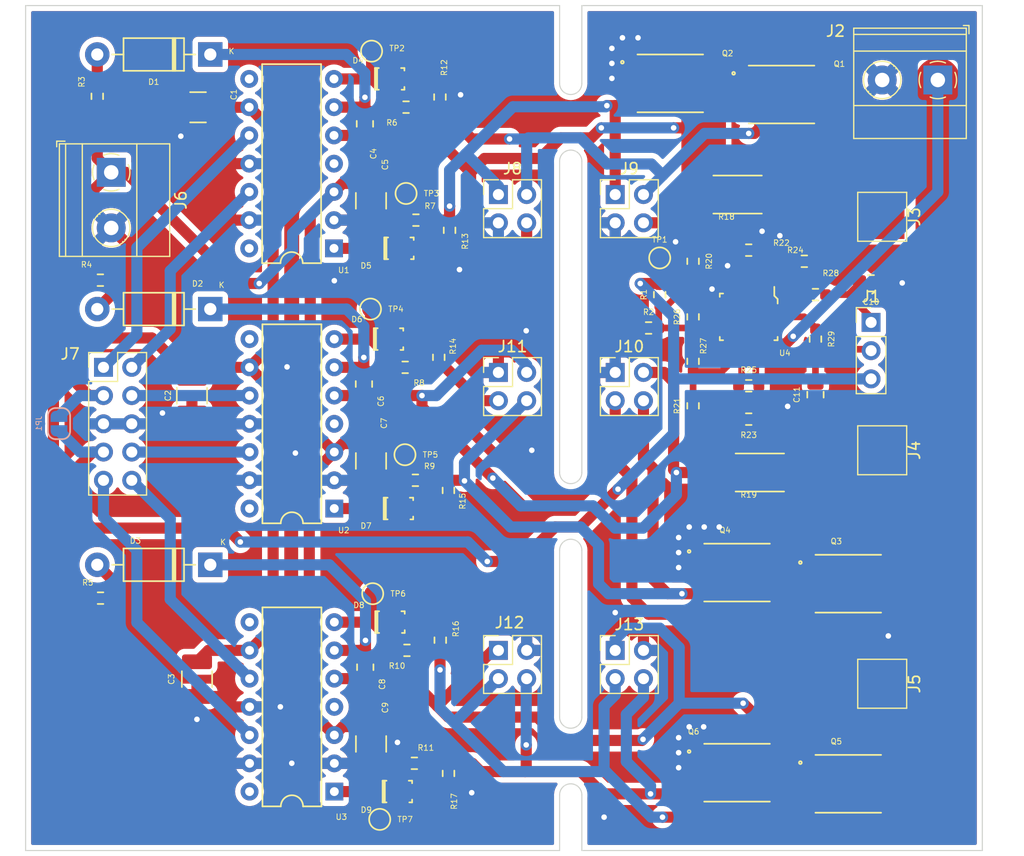
<source format=kicad_pcb>
(kicad_pcb (version 20211014) (generator pcbnew)
  (title_block (title "PMSM_driver") (date "2022-12-30") (rev "v0.1") (comment 1 "creativecommons.org/licences/by/4.0/") (comment 2 "License: CC BY 4.0") (comment 3 "Author: Tsekhavoi Ivan"))
  (layers (0 "F.Cu" signal) (31 "B.Cu" signal) (34 "B.Paste" user) (35 "F.Paste" user) (36 "B.SilkS" user "B.Silkscreen") (37 "F.SilkS" user "F.Silkscreen") (38 "B.Mask" user) (39 "F.Mask" user) (44 "Edge.Cuts" user))
  (net 0 "")
  (net 1 "GND")
  (net 2 "VDD")
  (net 3 "Net-(C4-Pad1)")
  (net 4 "/Q1_Q2")
  (net 5 "VCC")
  (net 6 "Net-(C6-Pad1)")
  (net 7 "/Q3_Q4")
  (net 8 "Net-(C8-Pad1)")
  (net 9 "PHASE_3")
  (net 10 "/CUR_OUT_1")
  (net 11 "/CUR_OUT_2")
  (net 12 "Net-(D1-Pad2)")
  (net 13 "Net-(D2-Pad2)")
  (net 14 "Net-(D3-Pad2)")
  (net 15 "Net-(D4-PadK)")
  (net 16 "Net-(D4-PadA)")
  (net 17 "Net-(D5-PadK)")
  (net 18 "Net-(D5-PadA)")
  (net 19 "Net-(D6-PadK)")
  (net 20 "Net-(D6-PadA)")
  (net 21 "Net-(D7-PadK)")
  (net 22 "Net-(D7-PadA)")
  (net 23 "Net-(D8-PadK)")
  (net 24 "Net-(D8-PadA)")
  (net 25 "Net-(D9-PadK)")
  (net 26 "Net-(D9-PadA)")
  (net 27 "/L1")
  (net 28 "/H1")
  (net 29 "/L2")
  (net 30 "/H2")
  (net 31 "/L3")
  (net 32 "/H3")
  (net 33 "+3.3V")
  (net 34 "+VDC")
  (net 35 "PHASE_1")
  (net 36 "PHASE_2")
  (net 37 "/Q2_G")
  (net 38 "/Q1_G")
  (net 39 "/Q4_G")
  (net 40 "/Q3_G")
  (net 41 "/Q6_G")
  (net 42 "/Q5_G")
  (net 43 "1V65")
  (net 44 "Net-(R20-Pad2)")
  (net 45 "Net-(R21-Pad2)")
  (net 46 "Net-(R22-Pad2)")
  (net 47 "Net-(R23-Pad2)")
  (net 48 "Net-(R24-Pad2)")
  (net 49 "Net-(R25-Pad2)")
  (footprint "IRFH8334:IFX-PQFN-5X6E-V" (layer "F.Cu") (at 172 121)
    (fp_text reference "Q5")
    (fp_text value "IRFH8334")
  )
  (footprint "Capacitor_SMD:C_0805_2012Metric_Pad1.18x1.45mm_HandSolder" (layer "F.Cu") (at 128.53 110.512 -90)
    (fp_text reference "C8")
    (fp_text value "1uF")
  )
  (footprint "TestPoint:TestPoint_Pad_D1.5mm" (layer "F.Cu") (at 129.83 124.2)
    (fp_text reference "TP7")
    (fp_text value "TestPoint")
  )
  (footprint "Resistor_SMD:R_0603_1608Metric_Pad0.98x0.95mm_HandSolder" (layer "F.Cu") (at 136.0089 94.6125 90)
    (fp_text reference "R15")
    (fp_text value "100")
  )
  (footprint "Resistor_SMD:R_0603_1608Metric_Pad0.98x0.95mm_HandSolder" (layer "F.Cu") (at 133.0371 93.7)
    (fp_text reference "R9")
    (fp_text value "1k")
  )
  (footprint "TestPoint:TestPoint_Pad_4.0x4.0mm" (layer "F.Cu") (at 175 70 -90)
    (fp_text reference "J3")
    (fp_text value "Screw_Terminal_1")
  )
  (footprint "Resistor_SMD:R_0603_1608Metric_Pad0.98x0.95mm_HandSolder" (layer "F.Cu") (at 135.245 59.2275 -90)
    (fp_text reference "R12")
    (fp_text value "100")
  )
  (footprint "Resistor_SMD:R_0603_1608Metric_Pad0.98x0.95mm_HandSolder" (layer "F.Cu") (at 135.275 108.0806 -90)
    (fp_text reference "R16")
    (fp_text value "100")
  )
  (footprint "Diode_THT:D_DO-41_SOD81_P10.16mm_Horizontal" (layer "F.Cu") (at 114.6 78.3 180)
    (fp_text reference "D2")
    (fp_text value "1N4007")
  )
  (footprint "TestPoint:TestPoint_Pad_4.0x4.0mm" (layer "F.Cu") (at 175 112 -90)
    (fp_text reference "J5")
    (fp_text value "Screw_Terminal_3")
  )
  (footprint "Capacitor_SMD:C_1210_3225Metric_Pad1.33x2.70mm_HandSolder" (layer "F.Cu") (at 112.95 86.09 90)
    (fp_text reference "C2")
    (fp_text value "10uF")
  )
  (footprint "Resistor_SMD:R_0603_1608Metric_Pad0.98x0.95mm_HandSolder" (layer "F.Cu") (at 169 77)
    (fp_text reference "R28")
    (fp_text value "15")
  )
  (footprint "Connector_PinHeader_2.54mm:PinHeader_1x03_P2.54mm_Vertical" (layer "F.Cu") (at 174 79.5)
    (fp_text reference "J1")
    (fp_text value "640456-3")
  )
  (footprint "Resistor_SMD:R_0603_1608Metric_Pad0.98x0.95mm_HandSolder" (layer "F.Cu") (at 135.14 82.64 -90)
    (fp_text reference "R14")
    (fp_text value "100")
  )
  (footprint "digikey-footprints:SOD-123" (layer "F.Cu") (at 131.4161 121.695)
    (fp_text reference "D9")
    (fp_text value "1N4148W-7-F")
  )
  (footprint "Connector_PinHeader_2.54mm:PinHeader_2x02_P2.54mm_Vertical" (layer "F.Cu") (at 151 84)
    (fp_text reference "J10")
    (fp_text value "Conn21")
  )
  (footprint "Resistor_SMD:R_0603_1608Metric_Pad0.98x0.95mm_HandSolder" (layer "F.Cu") (at 104.72 75.7)
    (fp_text reference "R4")
    (fp_text value "100")
  )
  (footprint "digikey-footprints:SOD-123" (layer "F.Cu") (at 130.754 106.455)
    (fp_text reference "D8")
    (fp_text value "1N4148W-7-F")
  )
  (footprint "TerminalBlock_Phoenix:TerminalBlock_Phoenix_MKDS-1,5-2_1x02_P5.00mm_Horizontal" (layer "F.Cu") (at 180 57.695 180)
    (fp_text reference "J2")
    (fp_text value "Screw_Terminal_Power")
  )
  (footprint "digikey-footprints:SOIC-8_W3.9mm" (layer "F.Cu") (at 163 79 180)
    (fp_text reference "U4")
    (fp_text value "LM358DT")
  )
  (footprint "IRFH8334:IFX-PQFN-5X6E-V" (layer "F.Cu") (at 172 103)
    (fp_text reference "Q3")
    (fp_text value "IRFH8334")
  )
  (footprint "Resistor_SMD:R_0603_1608Metric_Pad0.98x0.95mm_HandSolder" (layer "F.Cu") (at 132.2778 108.995)
    (fp_text reference "R10")
    (fp_text value "1k")
  )
  (footprint "digikey-footprints:SOD-123" (layer "F.Cu") (at 130.6224 81)
    (fp_text reference "D6")
    (fp_text value "1N4148W-7-F")
  )
  (footprint "Resistor_SMD:R_0603_1608Metric_Pad0.98x0.95mm_HandSolder" (layer "F.Cu") (at 136.1105 71.2144 90)
    (fp_text reference "R13")
    (fp_text value "100")
  )
  (footprint "Capacitor_SMD:C_1210_3225Metric_Pad1.33x2.70mm_HandSolder" (layer "F.Cu") (at 129.0474 68.5597 90)
    (fp_text reference "C5")
    (fp_text value "10uF")
  )
  (footprint "digikey-footprints:SOD-123" (layer "F.Cu") (at 131.5133 96.24)
    (fp_text reference "D7")
    (fp_text value "1N4148W-7-F")
  )
  (footprint "TestPoint:TestPoint_Pad_D1.5mm" (layer "F.Cu") (at 129 78.3)
    (fp_text reference "TP4")
    (fp_text value "TestPoint")
  )
  (footprint "Capacitor_SMD:C_1210_3225Metric_Pad1.33x2.70mm_HandSolder" (layer "F.Cu") (at 113.405 111.585 90)
    (fp_text reference "C3")
    (fp_text value "10uF")
  )
  (footprint "Resistor_SMD:R_0603_1608Metric_Pad0.98x0.95mm_HandSolder" (layer "F.Cu") (at 158 79 90)
    (fp_text reference "R26")
    (fp_text value "3.6k")
  )
  (footprint "Resistor_SMD:R_0603_1608Metric_Pad0.98x0.95mm_HandSolder" (layer "F.Cu") (at 168 74)
    (fp_text reference "R24")
    (fp_text value "3.6k")
  )
  (footprint "Diode_THT:D_DO-41_SOD81_P10.16mm_Horizontal" (layer "F.Cu") (at 114.6 55.4 180)
    (fp_text reference "D1")
    (fp_text value "1N4007")
  )
  (footprint "Resistor_SMD:R_0603_1608Metric_Pad0.98x0.95mm_HandSolder" (layer "F.Cu") (at 163 85.2)
    (fp_text reference "R25")
    (fp_text value "3.6k")
  )
  (footprint "TerminalBlock_Phoenix:TerminalBlock_Phoenix_MKDS-1,5-2_1x02_P5.00mm_Horizontal" (layer "F.Cu") (at 105.695 66 -90)
    (fp_text reference "J6")
    (fp_text value "Screw_Terminal_Logic")
  )
  (footprint "Capacitor_SMD:C_0805_2012Metric_Pad1.18x1.45mm_HandSolder" (layer "F.Cu") (at 174 75.98 180)
    (fp_text reference "C10")
    (fp_text value "1uF")
  )
  (footprint "Resistor_SMD:R_0603_1608Metric_Pad0.98x0.95mm_HandSolder" (layer "F.Cu") (at 104.44 59.1625 90)
    (fp_text reference "R3")
    (fp_text value "100")
  )
  (footprint "Resistor_SMD:R_0603_1608Metric_Pad0.98x0.95mm_HandSolder" (layer "F.Cu") (at 155 77 90)
    (fp_text reference "R1")
    (fp_text value "1k")
  )
  (footprint "IRFH8334:IFX-PQFN-5X6E-V" (layer "F.Cu") (at 162 120)
    (fp_text reference "Q6")
    (fp_text value "IRFH8334")
  )
  (footprint "digikey-footprints:SOD-123" (layer "F.Cu") (at 131.562 72.835)
    (fp_text reference "D5")
    (fp_text value "1N4148W-7-F")
  )
  (footprint "Package_DIP:DIP-14_W7.62mm" (layer "F.Cu") (at 125.72 72.84 180)
    (fp_text reference "U1")
    (fp_text value "IR2110")
  )
  (footprint "IRFH8334:IFX-PQFN-5X6E-V" (layer "F.Cu") (at 166 59)
    (fp_text reference "Q1")
    (fp_text value "IRFH8334")
  )
  (footprint "Resistor_SMD:R_0603_1608Metric_Pad0.98x0.95mm_HandSolder" (layer "F.Cu") (at 133.086 70.3)
    (fp_text reference "R7")
    (fp_text value "1k")
  )
  (footprint "Resistor_SMD:R_0603_1608Metric_Pad0.98x0.95mm_HandSolder" (layer "F.Cu") (at 158 83 -90)
    (fp_text reference "R27")
    (fp_text value "3.6k")
  )
  (footprint "Resistor_SMD:R_0603_1608Metric_Pad0.98x0.95mm_HandSolder" (layer "F.Cu") (at 158 87 90)
    (fp_text reference "R21")
    (fp_text value "1.2k")
  )
  (footprint "Capacitor_SMD:C_0805_2012Metric_Pad1.18x1.45mm_HandSolder" (layer "F.Cu") (at 128.4124 85.0425 -90)
    (fp_text reference "C6")
    (fp_text value "1uF")
  )
  (footprint "Capacitor_SMD:C_1210_3225Metric_Pad1.33x2.70mm_HandSolder" (layer "F.Cu") (at 129.052 117.4147 90)
    (fp_text reference "C9")
    (fp_text value "10uF")
  )
  (footprint "Resistor_SMD:R_0603_1608Metric_Pad0.98x0.95mm_HandSolder" (layer "F.Cu") (at 136.0135 120.0675 90)
    (fp_text reference "R17")
    (fp_text value "100")
  )
  (footprint "Capacitor_SMD:C_0805_2012Metric_Pad1.18x1.45mm_HandSolder" (layer "F.Cu") (at 169 86 90)
    (fp_text reference "C11")
    (fp_text value "1uF")
  )
  (footprint "Capacitor_SMD:C_0805_2012Metric_Pad1.18x1.45mm_HandSolder" (layer "F.Cu") (at 128.5 61.6375 -90)
    (fp_text reference "C4")
    (fp_text value "1uF")
  )
  (footprint "TestPoint:TestPoint_Pad_D1.5mm" (layer "F.Cu") (at 155 73.7)
    (fp_text reference "TP1")
    (fp_text value "TestPoint")
  )
  (footprint "Resistor_SMD:R_0603_1608Metric_Pad0.98x0.95mm_HandSolder" (layer "F.Cu") (at 163 88.2 180)
    (fp_text reference "R23")
    (fp_text value "1.2k")
  )
  (footprint "Connector_PinHeader_2.54mm:PinHeader_2x02_P2.54mm_Vertical" (layer "F.Cu") (at 140.5 109)
    (fp_text reference "J12")
    (fp_text value "Conn31")
  )
  (footprint "TestPoint:TestPoint_Pad_D1.5mm" (layer "F.Cu") (at 129.2 103.9)
    (fp_text reference "TP6")
    (fp_text value "TestPoint")
  )
  (footprint "Resistor_SMD:R_0603_1608Metric_Pad0.98x0.95mm_HandSolder" (layer "F.Cu") (at 104.7325 104.3)
    (fp_text reference "R5")
    (fp_text value "100")
  )
  (footprint "Connector_PinHeader_2.54mm:PinHeader_2x02_P2.54mm_Vertical" (layer "F.Cu") (at 140.5 68)
    (fp_text reference "J8")
    (fp_text value "Conn11")
  )
  (footprint "Resistor_SMD:R_0603_1608Metric_Pad0.98x0.95mm_HandSolder" (layer "F.Cu") (at 169 81 -90)
    (fp_text reference "R29")
    (fp_text value "15")
  )
  (footprint "Connector_PinHeader_2.54mm:PinHeader_2x02_P2.54mm_Vertical" (layer "F.Cu") (at 140.5 84)
    (fp_text reference "J11")
    (fp_text value "Conn22")
  )
  (footprint "Resistor_SMD:R_0603_1608Metric_Pad0.98x0.95mm_HandSolder" (layer "F.Cu") (at 163 73)
    (fp_text reference "R22")
    (fp_text value "1.2k")
  )
  (footprint "Package_DIP:DIP-14_W7.62mm" (layer "F.Cu") (at 125.75 121.7 180)
    (fp_text reference "U3")
    (fp_text value "IR2110")
  )
  (footprint "Connector_PinHeader_2.54mm:PinHeader_2x02_P2.54mm_Vertical" (layer "F.Cu") (at 151 109)
    (fp_text reference "J13")
    (fp_text value "Conn32")
  )
  (footprint "IRFH8334:IFX-PQFN-5X6E-V" (layer "F.Cu") (at 162 102)
    (fp_text reference "Q4")
    (fp_text value "IRFH8334")
  )
  (footprint "Resistor_SMD:R_0603_1608Metric_Pad0.98x0.95mm_HandSolder" (layer "F.Cu") (at 154 80)
    (fp_text reference "R2")
    (fp_text value "1k")
  )
  (footprint "IRFH8334:IFX-PQFN-5X6E-V" (layer "F.Cu") (at 156 58)
    (fp_text reference "Q2")
    (fp_text value "IRFH8334")
  )
  (footprint "Resistor_SMD:R_0603_1608Metric_Pad0.98x0.95mm_HandSolder" (layer "F.Cu") (at 132.197 60.14)
    (fp_text reference "R6")
    (fp_text value "1k")
  )
  (footprint "TestPoint:TestPoint_Pad_D1.5mm" (layer "F.Cu") (at 132.1 91.4)
    (fp_text reference "TP5")
    (fp_text value "TestPoint")
  )
  (footprint "Resistor_SMD:R_2512_6332Metric_Pad1.40x3.35mm_HandSolder" (layer "F.Cu") (at 164 93 180)
    (fp_text reference "R19")
    (fp_text value "0.005")
  )
  (footprint "Connector_PinHeader_2.54mm:PinHeader_2x05_P2.54mm_Vertical" (layer "F.Cu") (at 105 83.54)
    (fp_text reference "J7")
    (fp_text value "302-S101")
  )
  (footprint "Package_DIP:DIP-14_W7.62mm" (layer "F.Cu") (at 125.7454 96.24 180)
    (fp_text reference "U2")
    (fp_text value "IR2110")
  )
  (footprint "TestPoint:TestPoint_Pad_D1.5mm" (layer "F.Cu") (at 129.1 55.1)
    (fp_text reference "TP2")
    (fp_text value "TestPoint")
  )
  (footprint "TestPoint:TestPoint_Pad_D1.5mm" (layer "F.Cu") (at 132.2 67.9)
    (fp_text reference "TP3")
    (fp_text value "TestPoint")
  )
  (footprint "digikey-footprints:SOD-123" (layer "F.Cu") (at 130.724 57.595)
    (fp_text reference "D4")
    (fp_text value "1N4148W-7-F")
  )
  (footprint "Resistor_SMD:R_0603_1608Metric_Pad0.98x0.95mm_HandSolder" (layer "F.Cu") (at 158 74 -90)
    (fp_text reference "R20")
    (fp_text value "1.2k")
  )
  (footprint "Resistor_SMD:R_2512_6332Metric_Pad1.40x3.35mm_HandSolder" (layer "F.Cu") (at 162 68 180)
    (fp_text reference "R18")
    (fp_text value "0.005")
  )
  (footprint "Resistor_SMD:R_0603_1608Metric_Pad0.98x0.95mm_HandSolder" (layer "F.Cu") (at 132.9455 119.155)
    (fp_text reference "R11")
    (fp_text value "1k")
  )
  (footprint "Capacitor_SMD:C_1210_3225Metric_Pad1.33x2.70mm_HandSolder" (layer "F.Cu") (at 113.5 60.15)
    (fp_text reference "C1")
    (fp_text value "10uF")
  )
  (footprint "Diode_THT:D_DO-41_SOD81_P10.16mm_Horizontal" (layer "F.Cu") (at 114.6 101.3 180)
    (fp_text reference "D3")
    (fp_text value "1N4007")
  )
  (footprint "Capacitor_SMD:C_1210_3225Metric_Pad1.33x2.70mm_HandSolder" (layer "F.Cu") (at 129.0474 91.9597 90)
    (fp_text reference "C7")
    (fp_text value "10uF")
  )
  (footprint "TestPoint:TestPoint_Pad_4.0x4.0mm" (layer "F.Cu") (at 175 91 -90)
    (fp_text reference "J4")
    (fp_text value "Screw_Terminal_2")
  )
  (footprint "Connector_PinHeader_2.54mm:PinHeader_2x02_P2.54mm_Vertical" (layer "F.Cu") (at 151 68)
    (fp_text reference "J9")
    (fp_text value "Conn12")
  )
  (footprint "Resistor_SMD:R_0603_1608Metric_Pad0.98x0.95mm_HandSolder" (layer "F.Cu") (at 132.1189 83.54)
    (fp_text reference "R8")
    (fp_text value "1k")
  )
  (footprint "Jumper:SolderJumper-2_P1.3mm_Open_RoundedPad1.0x1.5mm" (layer "B.Cu") (at 101 88.6 -90)
    (fp_text reference "JP1")
    (fp_text value "Jumper_2_Bridged")
  )
  (gr_arc (start 146 122) (mid 147 121) (end 148 122) (layer "Edge.Cuts") (width 0.1))
  (gr_line (start 146 65) (end 146 93) (layer "Edge.Cuts") (width 0.1))
  (gr_line (start 184 127) (end 148 127) (layer "Edge.Cuts") (width 0.1))
  (gr_line (start 98 127) (end 146 127) (layer "Edge.Cuts") (width 0.1))
  (gr_line (start 146 51) (end 98 51) (layer "Edge.Cuts") (width 0.1))
  (gr_line (start 98 51) (end 98 127) (layer "Edge.Cuts") (width 0.1))
  (gr_line (start 146 122) (end 146 127) (layer "Edge.Cuts") (width 0.1))
  (gr_line (start 146 100) (end 146 115) (layer "Edge.Cuts") (width 0.1))
  (gr_arc (start 148 93) (mid 147 94) (end 146 93) (layer "Edge.Cuts") (width 0.1))
  (gr_line (start 148 51) (end 148 58) (layer "Edge.Cuts") (width 0.1))
  (gr_arc (start 146 100) (mid 147 99) (end 148 100) (layer "Edge.Cuts") (width 0.1))
  (gr_arc (start 148 58) (mid 147 59) (end 146 58) (layer "Edge.Cuts") (width 0.1))
  (gr_line (start 184 51) (end 184 127) (layer "Edge.Cuts") (width 0.1))
  (gr_line (start 148 122) (end 148 127) (layer "Edge.Cuts") (width 0.1))
  (gr_line (start 148 51) (end 184 51) (layer "Edge.Cuts") (width 0.1))
  (gr_arc (start 148 115) (mid 147 116) (end 146 115) (layer "Edge.Cuts") (width 0.1))
  (gr_line (start 148 115) (end 148 100) (layer "Edge.Cuts") (width 0.1))
  (gr_line (start 148 93) (end 148 65) (layer "Edge.Cuts") (width 0.1))
  (gr_arc (start 146 65) (mid 147 64) (end 148 65) (layer "Edge.Cuts") (width 0.1))
  (gr_line (start 146 58) (end 146 51) (layer "Edge.Cuts") (width 0.1))
  (segment (start 125.75 119.16) (end 128.8692 119.16) (width 1) (layer "F.Cu") (net 1))
  (segment (start 125.7454 93.7) (end 128.8696 93.7) (width 1) (layer "F.Cu") (net 1))
  (segment (start 128.8692 119.16) (end 129.052 118.9772) (width 1) (layer "F.Cu") (net 1))
  (segment (start 128.8696 70.3) (end 129.0474 70.1222) (width 1) (layer "F.Cu") (net 1))
  (segment (start 125.72 70.3) (end 128.8696 70.3) (width 1) (layer "F.Cu") (net 1))
  (segment (start 128.8696 93.7) (end 129.0474 93.5222) (width 1) (layer "F.Cu") (net 1))
  (via (at 151 105.6) (size 1) (drill 0.5) (layers "F.Cu" "B.Cu") (net 1))
  (via (at 161.1 74.4) (size 1) (drill 0.5) (layers "F.Cu" "B.Cu") (net 1))
  (via (at 156.7 116.85) (size 1) (drill 0.5) (layers "F.Cu" "B.Cu") (net 1))
  (via (at 156.7 100.2) (size 1) (drill 0.5) (layers "F.Cu" "B.Cu") (net 1))
  (via (at 150.7 57.55) (size 1) (drill 0.5) (layers "F.Cu" "B.Cu") (net 1))
  (via (at 125.75 75.75) (size 1) (drill 0.5) (layers "F.Cu" "B.Cu") (net 1))
  (via (at 158.95 115.875) (size 1) (drill 0.5) (layers "F.Cu" "B.Cu") (net 1))
  (via (at 150.7 56.2) (size 1) (drill 0.5) (layers "F.Cu" "B.Cu") (net 1))
  (via (at 159 97.9) (size 1) (drill 0.5) (layers "F.Cu" "B.Cu") (net 1))
  (via (at 175.55 107.7) (size 1) (drill 0.5) (layers "F.Cu" "B.Cu") (net 1))
  (via (at 131.425 117.275) (size 1) (drill 0.5) (layers "F.Cu" "B.Cu") (net 1))
  (via (at 150 124) (size 1) (drill 0.5) (layers "F.Cu" "B.Cu") (net 1))
  (via (at 160.35 97.9) (size 1) (drill 0.5) (layers "F.Cu" "B.Cu") (net 1))
  (via (at 156.7 101.55) (size 1) (drill 0.5) (layers "F.Cu" "B.Cu") (net 1))
  (via (at 156.7 98.85) (size 1) (drill 0.5) (layers "F.Cu" "B.Cu") (net 1))
  (via (at 110.3 87.65) (size 1) (drill 0.5) (layers "F.Cu" "B.Cu") (net 1))
  (via (at 122.25 91.25) (size 1) (drill 0.5) (layers "F.Cu" "B.Cu") (net 1))
  (via (at 138.1 121.8) (size 1) (drill 0.5) (layers "F.Cu" "B.Cu") (net 1))
  (via (at 111.95 62.75) (size 1) (drill 0.5) (layers "F.Cu" "B.Cu") (net 1))
  (via (at 121.5 83.5) (size 1) (drill 0.5) (layers "F.Cu" "B.Cu") (net 1))
  (via (at 113.4 115.2) (size 1) (drill 0.5) (layers "F.Cu" "B.Cu") (net 1))
  (via (at 121.925 119.15) (size 1) (drill 0.5) (layers "F.Cu" "B.Cu") (net 1))
  (via (at 157.65 115.875) (size 1) (drill 0.5) (layers "F.Cu" "B.Cu") (net 1))
  (via (at 164.2 71.3) (size 1) (drill 0.5) (layers "F.Cu" "B.Cu") (net 1))
  (via (at 156.425 72.25) (size 1) (drill 0.5) (layers "F.Cu" "B.Cu") (net 1))
  (via (at 150.7 54.85) (size 1) (drill 0.5) (layers "F.Cu" "B.Cu") (net 1))
  (via (at 156.7 118.2) (size 1) (drill 0.5) (layers "F.Cu" "B.Cu") (net 1))
  (via (at 143 80.25) (size 1) (drill 0.5) (layers "F.Cu" "B.Cu") (net 1))
  (via (at 159.7 76.5) (size 1) (drill 0.5) (layers "F.Cu" "B.Cu") (net 1))
  (via (at 153.05 53.9) (size 1) (drill 0.5) (layers "F.Cu" "B.Cu") (net 1))
  (via (at 156.7 119.55) (size 1) (drill 0.5) (layers "F.Cu" "B.Cu") (net 1))
  (via (at 165.8 71.7) (size 1) (drill 0.5) (layers "F.Cu" "B.Cu") (net 1))
  (via (at 137 74.75) (size 1) (drill 0.5) (layers "F.Cu" "B.Cu") (net 1))
  (via (at 166.5 87.05) (size 1) (drill 0.5) (layers "F.Cu" "B.Cu") (net 1))
  (via (at 120.9 114.075) (size 1) (drill 0.5) (layers "F.Cu" "B.Cu") (net 1))
  (via (at 157.65 97.9) (size 1) (drill 0.5) (layers "F.Cu" "B.Cu") (net 1))
  (via (at 137.1 59.025) (size 1) (drill 0.5) (layers "F.Cu" "B.Cu") (net 1))
  (via (at 143.5 91) (size 1) (drill 0.5) (layers "F.Cu" "B.Cu") (net 1))
  (via (at 176.8 75.95) (size 1) (drill 0.5) (layers "F.Cu" "B.Cu") (net 1))
  (via (at 151.65 53.9) (size 1) (drill 0.5) (layers "F.Cu" "B.Cu") (net 1))
  (segment (start 111.988 83.54) (end 111.988 83.5655) (width 1) (layer "F.Cu") (net 2))
  (segment (start 109.347 80.899) (end 104.14 80.899) (width 1) (layer "F.Cu") (net 2))
  (segment (start 105 86.08) (end 103.68 86.08) (width 1) (layer "F.Cu") (net 2))
  (segment (start 115.0625 60.15) (end 118.09 60.15) (width 1) (layer "F.Cu") (net 2))
  (segment (start 118.09 60.15) (end 118.1 60.14) (width 1) (layer "F.Cu") (net 2))
  (segment (start 114.02 83.54) (end 111.988 83.54) (width 1) (layer "F.Cu") (net 2))
  (segment (start 102.707 85.107) (end 102.707 82.332) (width 1) (layer "F.Cu") (net 2))
  (segment (start 118.13 109) (end 114.4275 109) (width 1) (layer "F.Cu") (net 2))
  (segment (start 113.9375 83.54) (end 112.95 84.5275) (width 1) (layer "F.Cu") (net 2))
  (segment (start 118.1254 83.54) (end 120.25 81.4154) (width 1) (layer "F.Cu") (net 2))
  (segment (start 111.988 83.54) (end 109.347 80.899) (width 1) (layer "F.Cu") (net 2))
  (segment (start 120.25 62.29) (end 118.1 60.14) (width 1) (layer "F.Cu") (net 2))
  (segment (start 120.25 106.88) (end 118.13 109) (width 1) (layer "F.Cu") (net 2))
  (segment (start 114.4275 109) (end 113.405 110.0225) (width 1) (layer "F.Cu") (net 2))
  (segment (start 104.14 80.899) (end 102.707 82.332) (width 1) (layer "F.Cu") (net 2))
  (segment (start 114.02 83.54) (end 113.9375 83.54) (width 1) (layer "F.Cu") (net 2))
  (segment (start 118.1254 83.54) (end 114.02 83.54) (width 1) (layer "F.Cu") (net 2))
  (segment (start 111.988 83.5655) (end 112.95 84.5275) (width 1) (layer "F.Cu") (net 2))
  (segment (start 103.68 86.08) (end 102.707 85.107) (width 1) (layer "F.Cu") (net 2))
  (segment (start 118.1254 83.54) (end 120.25 85.6646) (width 1) (layer "F.Cu") (net 2))
  (segment (start 120.25 85.6646) (end 120.25 106.88) (width 1) (layer "F.Cu") (net 2))
  (segment (start 120.25 81.4154) (end 120.25 62.29) (width 1) (layer "F.Cu") (net 2))
  (segment (start 105 86.08) (end 102.87 86.08) (width 1) (layer "B.Cu") (net 2))
  (segment (start 102.87 86.08) (end 101 87.95) (width 1) (layer "B.Cu") (net 2))
  (segment (start 128.5 60.6) (end 128.5 59.25) (width 1) (layer "F.Cu") (net 3))
  (segment (start 125.72 60.14) (end 128.04 60.14) (width 1) (layer "F.Cu") (net 3))
  (segment (start 128.04 60.14) (end 128.5 60.6) (width 1) (layer "F.Cu") (net 3))
  (via (at 128.5 59.25) (size 1) (drill 0.5) (layers "F.Cu" "B.Cu") (net 3))
  (segment (start 126.825 55.4) (end 128.5 57.075) (width 1) (layer "B.Cu") (net 3))
  (segment (start 128.5 57.075) (end 128.5 59.25) (width 1) (layer "B.Cu") (net 3))
  (segment (start 114.6 55.4) (end 126.825 55.4) (width 1) (layer "B.Cu") (net 3))
  (segment (start 144.25 64.75) (end 146.1 62.9) (width 1) (layer "F.Cu") (net 4))
  (segment (start 159 68.05) (end 158.95 68) (width 0.6) (layer "F.Cu") (net 4))
  (segment (start 143.04 72.46) (end 143.04 70.54) (width 1) (layer "F.Cu") (net 4))
  (segment (start 146.1 62.9) (end 148.85 62.9) (width 1) (layer "F.Cu") (net 4))
  (segment (start 138 66) (end 138 72) (width 1) (layer "F.Cu") (net 4))
  (segment (start 156.41 70.54) (end 158.95 68) (width 1) (layer "F.Cu") (net 4))
  (segment (start 158.95 61.8) (end 158.95 58.7425) (width 4) (layer "F.Cu") (net 4))
  (segment (start 139.25 64.75) (end 144.25 64.75) (width 1) (layer "F.Cu") (net 4))
  (segment (start 142.5 73) (end 143.04 72.46) (width 1) (layer "F.Cu") (net 4))
  (segment (start 159 71) (end 159 68.05) (width 0.6) (layer "F.Cu") (net 4))
  (segment (start 158 73.0875) (end 158 72) (width 0.6) (layer "F.Cu") (net 4))
  (segment (start 156.25 62) (end 158.75 62) (width 1) (layer "F.Cu") (net 4))
  (segment (start 158.95 58.7425) (end 159.0575 58.635) (width 4) (layer "F.Cu") (net 4))
  (segment (start 159.0575 57.365) (end 159.0575 58.635) (width 4) (layer "F.Cu") (net 4))
  (segment (start 158.95 68) (end 158.95 64.05) (width 4) (layer "F.Cu") (net 4))
  (segment (start 125.72 62.68) (end 128.495 62.68) (width 1) (layer "F.Cu") (net 4))
  (segment (start 148.85 62.9) (end 149.75 62) (width 1) (layer "F.Cu") (net 4))
  (segment (start 134.675 62.675) (end 138 66) (width 1) (layer "F.Cu") (net 4))
  (segment (start 138 72) (end 139 73) (width 1) (layer "F.Cu") (net 4))
  (segment (start 128.495 62.68) (end 128.5 62.675) (width 1) (layer "F.Cu") (net 4))
  (segment (start 158.95 64.05) (end 158.95 61.8) (width 4) (layer "F.Cu") (net 4))
  (segment (start 159.0575 57.365) (end 161.365 57.365) (width 4) (layer "F.Cu") (net 4))
  (segment (start 138 66) (end 139.25 64.75) (width 1) (layer "F.Cu") (net 4))
  (segment (start 139 73) (end 142.5 73) (width 1) (layer "F.Cu") (net 4))
  (segment (start 161.365 57.365) (end 162 58) (width 4) (layer "F.Cu") (net 4))
  (segment (start 153.54 70.54) (end 156.41 70.54) (width 1) (layer "F.Cu") (net 4))
  (segment (start 158 72) (end 159 71) (width 0.6) (layer "F.Cu") (net 4))
  (segment (start 128.5 62.675) (end 134.675 62.675) (width 1) (layer "F.Cu") (net 4))
  (segment (start 158.75 62) (end 158.95 61.8) (width 1) (layer "F.Cu") (net 4))
  (via (at 156.25 62) (size 1) (drill 0.5) (layers "F.Cu" "B.Cu") (net 4))
  (via (at 149.75 62) (size 1) (drill 0.5) (layers "F.Cu" "B.Cu") (net 4))
  (segment (start 149.75 62) (end 156.25 62) (width 1) (layer "B.Cu") (net 4))
  (segment (start 102.5 73.5) (end 100.5 75.5) (width 1) (layer "F.Cu") (net 5))
  (segment (start 129.052 115.8522) (end 126.5178 115.8522) (width 1) (layer "F.Cu") (net 5))
  (segment (start 117 76) (end 119 76) (width 1) (layer "F.Cu") (net 5))
  (segment (start 103.62 75.5125) (end 103.62 74.62) (width 1) (layer "F.Cu") (net 5))
  (segment (start 129.0474 66.9972) (end 126.4828 66.9972) (width 1) (layer "F.Cu") (net 5))
  (segment (start 125.7454 91.16) (end 123.5854 89) (width 1) (layer "F.Cu") (net 5))
  (segment (start 126.5082 90.3972) (end 125.7454 91.16) (width 1) (layer "F.Cu") (net 5))
  (segment (start 103.62 74.62) (end 102.5 73.5) (width 1) (layer "F.Cu") (net 5))
  (segment (start 102.01 69.685) (end 105.695 66) (width 1) (layer "F.Cu") (net 5))
  (segment (start 100.5 102.5) (end 100.5 75.5) (width 1) (layer "F.Cu") (net 5))
  (segment (start 104.44 64.745) (end 105.695 66) (width 1) (layer "F.Cu") (net 5))
  (segment (start 102.01 73.01) (end 102.01 69.685) (width 1) (layer "F.Cu") (net 5))
  (segment (start 126.4828 66.9972) (end 125.72 67.76) (width 1) (layer "F.Cu") (net 5))
  (segment (start 123.5854 69.8946) (end 125.72 67.76) (width 1) (layer "F.Cu") (net 5))
  (segment (start 123.5 93.4054) (end 123.5 114.37) (width 1) (layer "F.Cu") (net 5))
  (segment (start 126.5178 115.8522) (end 125.75 116.62) (width 1) (layer "F.Cu") (net 5))
  (segment (start 129.0474 90.3972) (end 126.5082 90.3972) (width 1) (layer "F.Cu") (net 5))
  (segment (start 123.5854 89) (end 123.5854 69.8946) (width 1) (layer "F.Cu") (net 5))
  (segment (start 123.5 114.37) (end 125.75 116.62) (width 1) (layer "F.Cu") (net 5))
  (segment (start 103.8075 75.7) (end 103.62 75.5125) (width 1) (layer "F.Cu") (net 5))
  (segment (start 102.3 104.3) (end 100.5 102.5) (width 1) (layer "F.Cu") (net 5))
  (segment (start 104.44 60.075) (end 104.44 64.745) (width 1) (layer "F.Cu") (net 5))
  (segment (start 107 66) (end 117 76) (width 1) (layer "F.Cu") (net 5))
  (segment (start 105.695 66) (end 107 66) (width 1) (layer "F.Cu") (net 5))
  (segment (start 102.5 73.5) (end 102.01 73.01) (width 1) (layer "F.Cu") (net 5))
  (segment (start 103.82 104.3) (end 102.3 104.3) (width 1) (layer "F.Cu") (net 5))
  (segment (start 125.7454 91.16) (end 123.5 93.4054) (width 1) (layer "F.Cu") (net 5))
  (via (at 119 76) (size 1) (drill 0.5) (layers "F.Cu" "B.Cu") (net 5))
  (segment (start 122 73) (end 122 71.48) (width 1) (layer "B.Cu") (net 5))
  (segment (start 122 71.48) (end 125.72 67.76) (width 1) (layer "B.Cu") (net 5))
  (segment (start 119 76) (end 122 73) (width 1) (layer "B.Cu") (net 5))
  (segment (start 128.4 82.65) (end 128.4 83.9926) (width 1) (layer "F.Cu") (net 6))
  (segment (start 125.7454 83.54) (end 127.9474 83.54) (width 1) (layer "F.Cu") (net 6))
  (segment (start 127.9474 83.54) (end 128.4124 84.005) (width 1) (layer "F.Cu") (net 6))
  (segment (start 128.4 83.9926) (end 128.4124 84.005) (width 1) (layer "F.Cu") (net 6))
  (via (at 128.4 82.65) (size 1) (drill 0.5) (layers "F.Cu" "B.Cu") (net 6))
  (segment (start 126.85 78.3) (end 128.4 79.85) (width 1) (layer "B.Cu") (net 6))
  (segment (start 114.6 78.3) (end 126.85 78.3) (width 1) (layer "B.Cu") (net 6))
  (segment (start 128.4 79.85) (end 128.4 82.65) (width 1) (layer "B.Cu") (net 6))
  (segment (start 158 87.9125) (end 159.4125 87.9125) (width 0.6) (layer "F.Cu") (net 7))
  (segment (start 133.63 87.13) (end 133.63 86.08) (width 1) (layer "F.Cu") (net 7))
  (segment (start 156.25 84.85) (end 156.25 92.75) (width 1) (layer "F.Cu") (net 7))
  (segment (start 160.95 93) (end 156.5 93) (width 1) (layer "F.Cu") (net 7))
  (segment (start 167.25 99) (end 166.1525 99) (width 1) (layer "F.Cu") (net 7))
  (segment (start 166.1525 99) (end 165.0575 100.095) (width 1) (layer "F.Cu") (net 7))
  (segment (start 125.7454 86.08) (end 128.4124 86.08) (width 1) (layer "F.Cu") (net 7))
  (segment (start 165.0575 98.0575) (end 160.95 93.95) (width 4) (layer "F.Cu") (net 7))
  (segment (start 165.0575 101.365) (end 167.365 101.365) (width 4) (layer "F.Cu") (net 7))
  (segment (start 139 92.5) (end 140 93.5) (width 1) (layer "F.Cu") (net 7))
  (segment (start 165.0575 101.365) (end 165.0575 102.635) (width 4) (layer "F.Cu") (net 7))
  (segment (start 155.4 84) (end 156.25 84.85) (width 1) (layer "F.Cu") (net 7))
  (segment (start 139 92.5) (end 133.63 87.13) (width 1) (layer "F.Cu") (net 7))
  (segment (start 128.4124 86.08) (end 133.63 86.08) (width 1) (layer "F.Cu") (net 7))
  (segment (start 156.25 92.75) (end 156.5 93) (width 1) (layer "F.Cu") (net 7))
  (segment (start 160.95 89.45) (end 160.95 93) (width 0.6) (layer "F.Cu") (net 7))
  (segment (start 160.95 93.95) (end 160.95 93) (width 4) (layer "F.Cu") (net 7))
  (segment (start 159.4125 87.9125) (end 160.95 89.45) (width 0.6) (layer "F.Cu") (net 7))
  (segment (start 165.0575 100.095) (end 165.0575 98.0575) (width 4) (layer "F.Cu") (net 7))
  (segment (start 153.54 84) (end 155.4 84) (width 1) (layer "F.Cu") (net 7))
  (segment (start 167.365 101.365) (end 168 102) (width 4) (layer "F.Cu") (net 7))
  (via (at 133.63 86.08) (size 1) (drill 0.5) (layers "F.Cu" "B.Cu") (net 7))
  (via (at 156.5 93) (size 1) (drill 0.5) (layers "F.Cu" "B.Cu") (net 7))
  (via (at 140 93.5) (size 1) (drill 0.5) (layers "F.Cu" "B.Cu") (net 7))
  (segment (start 141.7 82) (end 139 82) (width 1) (layer "B.Cu") (net 7))
  (segment (start 134.92 86.08) (end 133.63 86.08) (width 1) (layer "B.Cu") (net 7))
  (segment (start 151 98) (end 153.5 98) (width 1) (layer "B.Cu") (net 7))
  (segment (start 153.5 98) (end 156.5 95) (width 1) (layer "B.Cu") (net 7))
  (segment (start 142.5 96) (end 149 96) (width 1) (layer "B.Cu") (net 7))
  (segment (start 149 96) (end 151 98) (width 1) (layer "B.Cu") (net 7))
  (segment (start 139 82) (end 134.92 86.08) (width 1) (layer "B.Cu") (net 7))
  (segment (start 143.04 84) (end 143.04 83.34) (width 1) (layer "B.Cu") (net 7))
  (segment (start 156.5 95) (end 156.5 93) (width 1) (layer "B.Cu") (net 7))
  (segment (start 143.04 83.34) (end 141.7 82) (width 1) (layer "B.Cu") (net 7))
  (segment (start 140 93.5) (end 142.5 96) (width 1) (layer "B.Cu") (net 7))
  (segment (start 128.0555 109) (end 128.53 109.4745) (width 1) (layer "F.Cu") (net 8))
  (segment (start 128.55 109.4545) (end 128.53 109.4745) (width 1) (layer "F.Cu") (net 8))
  (segment (start 125.75 109) (end 128.0555 109) (width 1) (layer "F.Cu") (net 8))
  (segment (start 128.55 108.1) (end 128.55 109.4545) (width 1) (layer "F.Cu") (net 8))
  (via (at 128.55 108.1) (size 1) (drill 0.5) (layers "F.Cu" "B.Cu") (net 8))
  (segment (start 128.55 104.55) (end 128.55 108.1) (width 1) (layer "B.Cu") (net 8))
  (segment (start 114.6 101.3) (end 125.3 101.3) (width 1) (layer "B.Cu") (net 8))
  (segment (start 125.3 101.3) (end 128.55 104.55) (width 1) (layer "B.Cu") (net 8))
  (segment (start 175 112) (end 169 112) (width 4) (layer "F.Cu") (net 9))
  (segment (start 132.5495 111.5495) (end 128.53 111.5495) (width 1) (layer "F.Cu") (net 9))
  (segment (start 153.4 117.1) (end 153.5 117) (width 1) (layer "F.Cu") (net 9))
  (segment (start 140 109) (end 135 114) (width 1) (layer "F.Cu") (net 9))
  (segment (start 162.5 113.75) (end 164.6925 115.9425) (width 1) (layer "F.Cu") (net 9))
  (segment (start 169 112) (end 165.0575 115.9425) (width 4) (layer "F.Cu") (net 9))
  (segment (start 167.365 119.365) (end 168 120) (width 4) (layer "F.Cu") (net 9))
  (segment (start 164.6925 115.9425) (end 165.0575 115.9425) (width 1) (layer "F.Cu") (net 9))
  (segment (start 140.5 109) (end 140 109) (width 1) (layer "F.Cu") (net 9))
  (segment (start 165.0575 115.9425) (end 165.0575 120.635) (width 4) (layer "F.Cu") (net 9))
  (segment (start 128.5205 111.54) (end 128.53 111.5495) (width 1) (layer "F.Cu") (net 9))
  (segment (start 144 115) (end 146.1 117.1) (width 1) (layer "F.Cu") (net 9))
  (segment (start 135 114) (end 132.5495 111.5495) (width 1) (layer "F.Cu") (net 9))
  (segment (start 125.75 111.54) (end 128.5205 111.54) (width 1) (layer "F.Cu") (net 9))
  (segment (start 146.1 117.1) (end 153.4 117.1) (width 1) (layer "F.Cu") (net 9))
  (segment (start 135 114) (end 136 115) (width 1) (layer "F.Cu") (net 9))
  (segment (start 136 115) (end 144 115) (width 1) (layer "F.Cu") (net 9))
  (segment (start 165.0575 119.365) (end 167.365 119.365) (width 4) (layer "F.Cu") (net 9))
  (via (at 162.5 113.75) (size 1) (drill 0.5) (layers "F.Cu" "B.Cu") (net 9))
  (via (at 153.5 117) (size 1) (drill 0.5) (layers "F.Cu" "B.Cu") (net 9))
  (segment (start 151 108) (end 151 109) (width 1) (layer "B.Cu") (net 9))
  (segment (start 153.5 117) (end 156.75 113.75) (width 1) (layer "B.Cu") (net 9))
  (segment (start 156.75 113.75) (end 156.75 108.75) (width 1) (layer "B.Cu") (net 9))
  (segment (start 152 107) (end 151 108) (width 1) (layer "B.Cu") (net 9))
  (segment (start 156.75 108.75) (end 155 107) (width 1) (layer "B.Cu") (net 9))
  (segment (start 155 107) (end 152 107) (width 1) (layer "B.Cu") (net 9))
  (segment (start 156.75 113.75) (end 162.5 113.75) (width 1) (layer "B.Cu") (net 9))
  (segment (start 174 79.0575) (end 171.9425 77) (width 0.6) (layer "F.Cu") (net 10))
  (segment (start 171.9425 77) (end 172.9625 75.98) (width 0.6) (layer "F.Cu") (net 10))
  (segment (start 169.9125 77) (end 171.9425 77) (width 0.6) (layer "F.Cu") (net 10))
  (segment (start 174 79.5) (end 174 79.0575) (width 0.6) (layer "F.Cu") (net 10))
  (segment (start 169 81.9125) (end 173.8725 81.9125) (width 0.6) (layer "F.Cu") (net 11))
  (segment (start 173.8725 81.9125) (end 174 82.04) (width 0.6) (layer "F.Cu") (net 11))
  (segment (start 169 81.9125) (end 169 84.9625) (width 0.6) (layer "F.Cu") (net 11))
  (segment (start 104.44 55.4) (end 104.44 58.25) (width 1) (layer "F.Cu") (net 12))
  (segment (start 105.6325 75.7) (end 105.6325 77.1075) (width 1) (layer "F.Cu") (net 13))
  (segment (start 105.6325 77.1075) (end 104.44 78.3) (width 1) (layer "F.Cu") (net 13))
  (segment (start 105.645 102.505) (end 104.44 101.3) (width 1) (layer "F.Cu") (net 14))
  (segment (start 105.645 104.3) (end 105.645 102.505) (width 1) (layer "F.Cu") (net 14))
  (segment (start 125.72 57.6) (end 129.144 57.6) (width 1) (layer "F.Cu") (net 15))
  (segment (start 131.2845 60.14) (end 131.2845 59.7305) (width 1) (layer "F.Cu") (net 15))
  (segment (start 129.1 55.1) (end 129.1 57.546) (width 1) (layer "F.Cu") (net 15))
  (segment (start 129.1 57.546) (end 129.149 57.595) (width 1) (layer "F.Cu") (net 15))
  (segment (start 129.144 57.6) (end 129.149 57.595) (width 1) (layer "F.Cu") (net 15))
  (segment (start 131.2845 59.7305) (end 129.149 57.595) (width 1) (layer "F.Cu") (net 15))
  (segment (start 132.299 57.595) (end 134.525 57.595) (width 1) (layer "F.Cu") (net 16))
  (segment (start 134.525 57.595) (end 135.245 58.315) (width 1) (layer "F.Cu") (net 16))
  (segment (start 132.2 70.2735) (end 132.1735 70.3) (width 1) (layer "F.Cu") (net 17))
  (segment (start 129.982 72.84) (end 129.987 72.835) (width 1) (layer "F.Cu") (net 17))
  (segment (start 132.1735 70.3) (end 132.1735 70.6485) (width 1) (layer "F.Cu") (net 17))
  (segment (start 132.2 67.9) (end 132.2 70.2735) (width 1) (layer "F.Cu") (net 17))
  (segment (start 132.1735 70.6485) (end 129.987 72.835) (width 1) (layer "F.Cu") (net 17))
  (segment (start 125.72 72.84) (end 129.982 72.84) (width 1) (layer "F.Cu") (net 17))
  (segment (start 133.137 72.835) (end 135.4024 72.835) (width 1) (layer "F.Cu") (net 18))
  (segment (start 135.4024 72.835) (end 136.1105 72.1269) (width 1) (layer "F.Cu") (net 18))
  (segment (start 129 80.9526) (end 129.0474 81) (width 1) (layer "F.Cu") (net 19))
  (segment (start 129 78.3) (end 129 80.9526) (width 1) (layer "F.Cu") (net 19))
  (segment (start 131.2064 83.54) (end 131.2064 83.159) (width 1) (layer "F.Cu") (net 19))
  (segment (start 131.2064 83.159) (end 129.0474 81) (width 1) (layer "F.Cu") (net 19))
  (segment (start 125.7454 81) (end 129.0474 81) (width 1) (layer "F.Cu") (net 19))
  (segment (start 135.14 81.7275) (end 135.1324 81.7275) (width 1) (layer "F.Cu") (net 20))
  (segment (start 135.1324 81.7275) (end 134.4049 81) (width 1) (layer "F.Cu") (net 20))
  (segment (start 132.1974 81) (end 134.4049 81) (width 1) (layer "F.Cu") (net 20))
  (segment (start 132.1 91.4) (end 132.1 93.6754) (width 1) (layer "F.Cu") (net 21))
  (segment (start 132.1246 94.0537) (end 129.9383 96.24) (width 1) (layer "F.Cu") (net 21))
  (segment (start 132.1246 93.7) (end 132.1246 94.0537) (width 1) (layer "F.Cu") (net 21))
  (segment (start 132.1 93.6754) (end 132.1246 93.7) (width 1) (layer "F.Cu") (net 21))
  (segment (start 125.7454 96.24) (end 129.9383 96.24) (width 1) (layer "F.Cu") (net 21))
  (segment (start 135.2939 96.24) (end 136.0089 95.525) (width 1) (layer "F.Cu") (net 22))
  (segment (start 133.0883 96.24) (end 135.2939 96.24) (width 1) (layer "F.Cu") (net 22))
  (segment (start 129.179 106.455) (end 129.179 103.921) (width 1) (layer "F.Cu") (net 23))
  (segment (start 129.179 103.921) (end 129.2 103.9) (width 1) (layer "F.Cu") (net 23))
  (segment (start 129.174 106.46) (end 129.179 106.455) (width 1) (layer "F.Cu") (net 23))
  (segment (start 131.3653 108.6413) (end 129.179 106.455) (width 1) (layer "F.Cu") (net 23))
  (segment (start 125.75 106.46) (end 129.174 106.46) (width 1) (layer "F.Cu") (net 23))
  (segment (start 131.3653 108.995) (end 131.3653 108.6413) (width 1) (layer "F.Cu") (net 23))
  (segment (start 132.329 106.455) (end 134.5619 106.455) (width 1) (layer "F.Cu") (net 24))
  (segment (start 134.5619 106.455) (end 135.275 107.1681) (width 1) (layer "F.Cu") (net 24))
  (segment (start 129.8411 121.3469) (end 132.033 119.155) (width 1) (layer "F.Cu") (net 25))
  (segment (start 125.75 121.7) (end 129.8361 121.7) (width 1) (layer "F.Cu") (net 25))
  (segment (start 129.83 121.7061) (end 129.8411 121.695) (width 1) (layer "F.Cu") (net 25))
  (segment (start 129.8361 121.7) (end 129.8411 121.695) (width 1) (layer "F.Cu") (net 25))
  (segment (start 129.8411 121.695) (end 129.8411 121.3469) (width 1) (layer "F.Cu") (net 25))
  (segment (start 129.83 124.2) (end 129.83 121.7061) (width 1) (layer "F.Cu") (net 25))
  (segment (start 135.2985 121.695) (end 136.0135 120.98) (width 1) (layer "F.Cu") (net 26))
  (segment (start 132.9911 121.695) (end 135.2985 121.695) (width 1) (layer "F.Cu") (net 26))
  (segment (start 111 74.86) (end 118.1 67.76) (width 1) (layer "B.Cu") (net 27))
  (segment (start 107.54 83.54) (end 111 80.08) (width 1) (layer "B.Cu") (net 27))
  (segment (start 111 80.08) (end 111 74.86) (width 1) (layer "B.Cu") (net 27))
  (segment (start 108 80.54) (end 108 72.78) (width 1) (layer "B.Cu") (net 28))
  (segment (start 105 83.54) (end 108 80.54) (width 1) (layer "B.Cu") (net 28))
  (segment (start 108 72.78) (end 118.1 62.68) (width 1) (layer "B.Cu") (net 28))
  (segment (start 107.54 91.16) (end 118.1254 91.16) (width 1) (layer "B.Cu") (net 29))
  (segment (start 107.54 86.08) (end 118.1254 86.08) (width 1) (layer "B.Cu") (net 30))
  (segment (start 108 106.49) (end 118.13 116.62) (width 1) (layer "B.Cu") (net 31))
  (segment (start 108 100) (end 108 106.49) (width 1) (layer "B.Cu") (net 31))
  (segment (start 105 93.7) (end 105 97) (width 1) (layer "B.Cu") (net 31))
  (segment (start 105 97) (end 108 100) (width 1) (layer "B.Cu") (net 31))
  (segment (start 107.54 93.7) (end 111 97.16) (width 1) (layer "B.Cu") (net 32))
  (segment (start 111 104.41) (end 118.13 111.54) (width 1) (layer "B.Cu") (net 32))
  (segment (start 111 97.16) (end 111 104.41) (width 1) (layer "B.Cu") (net 32))
  (segment (start 139.5 101) (end 142.5 101) (width 1) (layer "F.Cu") (net 33))
  (segment (start 104 98) (end 115.5 98) (width 1) (layer "F.Cu") (net 33))
  (segment (start 102.6 96.6) (end 104 98) (width 1) (layer "F.Cu") (net 33))
  (segment (start 142.5 101) (end 145.6 97.9) (width 1) (layer "F.Cu") (net 33))
  (segment (start 147.85 97.9) (end 150.75 95) (width 1) (layer "F.Cu") (net 33))
  (segment (start 153.25 76) (end 154.9125 76) (width 1) (layer "F.Cu") (net 33))
  (segment (start 154.9125 76) (end 155 76.0875) (width 1) (layer "F.Cu") (net 33))
  (segment (start 150.75 95) (end 151.25 94.5) (width 1) (layer "F.Cu") (net 33))
  (segment (start 105 91.16) (end 104.04 91.16) (width 1) (layer "F.Cu") (net 33))
  (segment (start 104.04 91.16) (end 102.6 92.6) (width 1) (layer "F.Cu") (net 33))
  (segment (start 102.6 95) (end 102.6 96.6) (width 1) (layer "F.Cu") (net 33))
  (segment (start 116.05 98) (end 117.3 99.25) (width 1) (layer "F.Cu") (net 33))
  (segment (start 145.6 97.9) (end 147.85 97.9) (width 1) (layer "F.Cu") (net 33))
  (segment (start 102.6 92.6) (end 102.6 95) (width 1) (layer "F.Cu") (net 33))
  (segment (start 115.5 98) (end 116.05 98) (width 1) (layer "F.Cu") (net 33))
  (via (at 117.3 99.25) (size 1) (drill 0.5) (layers "F.Cu" "B.Cu") (net 33))
  (via (at 151.25 94.5) (size 1) (drill 0.5) (layers "F.Cu" "B.Cu") (net 33))
  (via (at 153.25 76) (size 1) (drill 0.5) (layers "F.Cu" "B.Cu") (net 33))
  (via (at 139.5 101) (size 1) (drill 0.5) (layers "F.Cu" "B.Cu") (net 33))
  (segment (start 174 84.58) (end 156.42 84.58) (width 1) (layer "B.Cu") (net 33))
  (segment (start 156.25 79) (end 153.25 76) (width 1) (layer "B.Cu") (net 33))
  (segment (start 105 91.16) (end 102.91 91.16) (width 1) (layer "B.Cu") (net 33))
  (segment (start 117.3 99.25) (end 137.75 99.25) (width 1) (layer "B.Cu") (net 33))
  (segment (start 156.25 89.5) (end 156.25 84.75) (width 1) (layer "B.Cu") (net 33))
  (segment (start 156.42 84.58) (end 156.25 84.75) (width 1) (layer "B.Cu") (net 33))
  (segment (start 151.25 94.5) (end 156.25 89.5) (width 1) (layer "B.Cu") (net 33))
  (segment (start 156.25 84.75) (end 156.25 79) (width 1) (layer "B.Cu") (net 33))
  (segment (start 137.75 99.25) (end 139.5 101) (width 1) (layer "B.Cu") (net 33))
  (segment (start 102.91 91.16) (end 101 89.25) (width 1) (layer "B.Cu") (net 33))
  (segment (start 179.635 103.635) (end 180 104) (width 4) (layer "F.Cu") (net 34))
  (segment (start 164.905 81.45) (end 166.3 81.45) (width 1) (layer "F.Cu") (net 34))
  (segment (start 180 63) (end 180 104) (width 4) (layer "F.Cu") (net 34))
  (segment (start 180 104) (end 180 116.6925) (width 4) (layer "F.Cu") (net 34))
  (segment (start 169.0575 59.635) (end 172.4225 63) (width 4) (layer "F.Cu") (net 34))
  (segment (start 180 57.695) (end 180 63) (width 4) (layer "F.Cu") (net 34))
  (segment (start 175.0575 102.365) (end 175.0575 103.635) (width 4) (layer "F.Cu") (net 34))
  (segment (start 166.3 81.45) (end 167 80.75) (width 1) (layer "F.Cu") (net 34))
  (segment (start 169.0575 58.365) (end 169.0575 59.635) (width 4) (layer "F.Cu") (net 34))
  (segment (start 175.0575 103.635) (end 179.635 103.635) (width 4) (layer "F.Cu") (net 34))
  (segment (start 172.4225 63) (end 180 63) (width 4) (layer "F.Cu") (net 34))
  (segment (start 180 116.6925) (end 175.0575 121.635) (width 4) (layer "F.Cu") (net 34))
  (via (at 167 80.75) (size 1) (drill 0.5) (layers "F.Cu" "B.Cu") (net 34))
  (segment (start 167 80.75) (end 180 67.75) (width 1) (layer "B.Cu") (net 34))
  (segment (start 180 67.75) (end 180 57.695) (width 1) (layer "B.Cu") (net 34))
  (segment (start 162.0875 70.9625) (end 165.05 68) (width 0.6) (layer "F.Cu") (net 35))
  (segment (start 169 68) (end 171 70) (width 4) (layer "F.Cu") (net 35))
  (segment (start 162.0875 73) (end 162.0875 70.9625) (width 0.6) (layer "F.Cu") (net 35))
  (segment (start 165.05 68) (end 169 68) (width 4) (layer "F.Cu") (net 35))
  (segment (start 171 70) (end 175 70) (width 4) (layer "F.Cu") (net 35))
  (segment (start 163.9125 88.2) (end 163.9125 89.8625) (width 0.6) (layer "F.Cu") (net 36))
  (segment (start 170 91) (end 175 91) (width 4) (layer "F.Cu") (net 36))
  (segment (start 167.05 93) (end 168 93) (width 4) (layer "F.Cu") (net 36))
  (segment (start 168 93) (end 170 91) (width 4) (layer "F.Cu") (net 36))
  (segment (start 163.9125 89.8625) (end 167.05 93) (width 0.6) (layer "F.Cu") (net 36))
  (segment (start 136.1105 70.3019) (end 136.1105 69.0405) (width 1) (layer "F.Cu") (net 37))
  (segment (start 150.25 60) (end 151 60) (width 1) (layer "F.Cu") (net 37))
  (segment (start 136.1105 69.0405) (end 136.11 69.04) (width 1) (layer "F.Cu") (net 37))
  (segment (start 136.1086 70.3) (end 136.1105 70.3019) (width 1) (layer "F.Cu") (net 37))
  (segment (start 151 60) (end 152.8475 60) (width 1) (layer "F.Cu") (net 37))
  (segment (start 151 68) (end 151 60) (width 1) (layer "F.Cu") (net 37))
  (segment (start 152.8475 60) (end 152.9425 59.905) (width 1) (layer "F.Cu") (net 37))
  (segment (start 133.9985 70.3) (end 136.1086 70.3) (width 1) (layer "F.Cu") (net 37))
  (via (at 150.25 60) (size 1) (drill 0.5) (layers "F.Cu" "B.Cu") (net 37))
  (via (at 136.11 69.04) (size 1) (drill 0.5) (layers "F.Cu" "B.Cu") (net 37))
  (segment (start 137.58 64.33) (end 141.81 60.1) (width 1) (layer "B.Cu") (net 37))
  (segment (start 140.5 67.25) (end 140.5 68) (width 1) (layer "B.Cu") (net 37))
  (segment (start 136.11 65.8) (end 137.58 64.33) (width 1) (layer "B.Cu") (net 37))
  (segment (start 141.81 60.1) (end 150.15 60.1) (width 1) (layer "B.Cu") (net 37))
  (segment (start 150.15 60.1) (end 150.25 60) (width 1) (layer "B.Cu") (net 37))
  (segment (start 137.58 64.33) (end 140.5 67.25) (width 1) (layer "B.Cu") (net 37))
  (segment (start 136.11 69.04) (end 136.11 65.8) (width 1) (layer "B.Cu") (net 37))
  (segment (start 164 62) (end 163.5 62.5) (width 1) (layer "F.Cu") (net 38))
  (segment (start 163.405 60.905) (end 164 61.5) (width 1) (layer "F.Cu") (net 38))
  (segment (start 138.105 63) (end 135.245 60.14) (width 1) (layer "F.Cu") (net 38))
  (segment (start 164 61.5) (end 164 62) (width 1) (layer "F.Cu") (net 38))
  (segment (start 141.5 63) (end 138.105 63) (width 1) (layer "F.Cu") (net 38))
  (segment (start 162.9425 60.905) (end 163.405 60.905) (width 1) (layer "F.Cu") (net 38))
  (segment (start 133.1095 60.14) (end 135.245 60.14) (width 1) (layer "F.Cu") (net 38))
  (segment (start 163.5 62.5) (end 163 62.5) (width 1) (layer "F.Cu") (net 38))
  (via (at 163 62.5) (size 1) (drill 0.5) (layers "F.Cu" "B.Cu") (net 38))
  (via (at 141.5 63) (size 1) (drill 0.5) (layers "F.Cu" "B.Cu") (net 38))
  (segment (start 155.27 66.27) (end 153.54 68) (width 1) (layer "B.Cu") (net 38))
  (segment (start 143.04 68) (end 143.04 63.06) (width 1) (layer "B.Cu") (net 38))
  (segment (start 150.25 65.25) (end 154.25 65.25) (width 1) (layer "B.Cu") (net 38))
  (segment (start 143.1 63) (end 143.2 62.9) (width 1) (layer "B.Cu") (net 38))
  (segment (start 154.25 65.25) (end 155.27 66.27) (width 1) (layer "B.Cu") (net 38))
  (segment (start 147.9 62.9) (end 150.25 65.25) (width 1) (layer "B.Cu") (net 38))
  (segment (start 143.1 63) (end 141.5 63) (width 1) (layer "B.Cu") (net 38))
  (segment (start 143.04 63.06) (end 143.1 63) (width 1) (layer "B.Cu") (net 38))
  (segment (start 143.2 62.9) (end 147.9 62.9) (width 1) (layer "B.Cu") (net 38))
  (segment (start 156.27 65.27) (end 155.27 66.27) (width 1) (layer "B.Cu") (net 38))
  (segment (start 159.04 62.5) (end 156.27 65.27) (width 1) (layer "B.Cu") (net 38))
  (segment (start 163 62.5) (end 159.04 62.5) (width 1) (layer "B.Cu") (net 38))
  (segment (start 154.4 92.6) (end 154.4 102.6) (width 1) (layer "F.Cu") (net 39))
  (segment (start 157.005 103.905) (end 157 103.9) (width 1) (layer "F.Cu") (net 39))
  (segment (start 153.54 91.74) (end 154.4 92.6) (width 1) (layer "F.Cu") (net 39))
  (segment (start 137.4 93.7) (end 137.45 93.75) (width 1) (layer "F.Cu") (net 39))
  (segment (start 133.9496 93.7) (end 136.0089 93.7) (width 1) (layer "F.Cu") (net 39))
  (segment (start 155.7 103.9) (end 154.4 102.6) (width 1) (layer "F.Cu") (net 39))
  (segment (start 136.0089 93.7) (end 137.4 93.7) (width 1) (layer "F.Cu") (net 39))
  (segment (start 158.9425 103.905) (end 157.005 103.905) (width 1) (layer "F.Cu") (net 39))
  (segment (start 157 103.9) (end 155.7 103.9) (width 1) (layer "F.Cu") (net 39))
  (segment (start 153.54 86.54) (end 153.54 91.74) (width 1) (layer "F.Cu") (net 39))
  (via (at 137.45 93.75) (size 1) (drill 0.5) (layers "F.Cu" "B.Cu") (net 39))
  (via (at 157 103.9) (size 1) (drill 0.5) (layers "F.Cu" "B.Cu") (net 39))
  (segment (start 147.9 97.9) (end 141.6 97.9) (width 1) (layer "B.Cu") (net 39))
  (segment (start 141.6 97.9) (end 137.45 93.75) (width 1) (layer "B.Cu") (net 39))
  (segment (start 149.5 103) (end 149.5 99.5) (width 1) (layer "B.Cu") (net 39))
  (segment (start 149.5 99.5) (end 147.9 97.9) (width 1) (layer "B.Cu") (net 39))
  (segment (start 137.45 92.13) (end 137.45 93.75) (width 1) (layer "B.Cu") (net 39))
  (segment (start 143.04 86.54) (end 137.45 92.13) (width 1) (layer "B.Cu") (net 39))
  (segment (start 150.4 103.9) (end 149.5 103) (width 1) (layer "B.Cu") (net 39))
  (segment (start 157 103.9) (end 150.4 103.9) (width 1) (layer "B.Cu") (net 39))
  (segment (start 143.9 95.1) (end 147.9 95.1) (width 1) (layer "F.Cu") (net 40))
  (segment (start 168.9425 104.905) (end 167.845 104.905) (width 1) (layer "F.Cu") (net 40))
  (segment (start 140.5 86.54) (end 137.74 86.54) (width 1) (layer "F.Cu") (net 40))
  (segment (start 135.1199 83.54) (end 135.1434 83.5635) (width 1) (layer "F.Cu") (net 40))
  (segment (start 167 105.75) (end 154 105.75) (width 1) (layer "F.Cu") (net 40))
  (segment (start 133.0439 83.5525) (end 133.0314 83.54) (width 1) (layer "F.Cu") (net 40))
  (segment (start 167.845 104.905) (end 167 105.75) (width 1) (layer "F.Cu") (net 40))
  (segment (start 154 105.75) (end 152.5 104.25) (width 1) (layer "F.Cu") (net 40))
  (segment (start 137.74 86.54) (end 137.6 86.4) (width 1) (layer "F.Cu") (net 40))
  (segment (start 137.6 85.4) (end 137.6 86.4) (width 1) (layer "F.Cu") (net 40))
  (segment (start 135.7525 83.5525) (end 137.6 85.4) (width 1) (layer "F.Cu") (net 40))
  (segment (start 152.5 104.25) (end 152.5 93.5) (width 1) (layer "F.Cu") (net 40))
  (segment (start 137.6 88.8) (end 143.9 95.1) (width 1) (layer "F.Cu") (net 40))
  (segment (start 135.14 83.5525) (end 135.7525 83.5525) (width 1) (layer "F.Cu") (net 40))
  (segment (start 152.5 93.5) (end 151 92) (width 1) (layer "F.Cu") (net 40))
  (segment (start 137.6 86.4) (end 137.6 88.8) (width 1) (layer "F.Cu") (net 40))
  (segment (start 151 92) (end 151 86.54) (width 1) (layer "F.Cu") (net 40))
  (segment (start 135.14 83.5525) (end 133.0439 83.5525) (width 1) (layer "F.Cu") (net 40))
  (segment (start 147.9 95.1) (end 151 92) (width 1) (layer "F.Cu") (net 40))
  (segment (start 138.9 119.9) (end 138.155 119.155) (width 1) (layer "F.Cu") (net 41))
  (segment (start 133.858 119.155) (end 136.0135 119.155) (width 1) (layer "F.Cu") (net 41))
  (segment (start 142.9 119.9) (end 138.9 119.9) (width 1) (layer "F.Cu") (net 41))
  (segment (start 138.155 119.155) (end 136.0135 119.155) (width 1) (layer "F.Cu") (net 41))
  (segment (start 154.175 121.905) (end 158.9425 121.905) (width 1) (layer "F.Cu") (net 41))
  (segment (start 147.9 119.9) (end 142.9 119.9) (width 1) (layer "F.Cu") (net 41))
  (segment (start 143 117.5) (end 143 119.8) (width 1) (layer "F.Cu") (net 41))
  (segment (start 154.175 121.905) (end 149.905 121.905) (width 1) (layer "F.Cu") (net 41))
  (segment (start 143 119.8) (end 142.9 119.9) (width 1) (layer "F.Cu") (net 41))
  (segment (start 149.905 121.905) (end 147.9 119.9) (width 1) (layer "F.Cu") (net 41))
  (via (at 154.175 121.905) (size 1) (drill 0.5) (layers "F.Cu" "B.Cu") (net 41))
  (via (at 143 117.5) (size 1) (drill 0.5) (layers "F.Cu" "B.Cu") (net 41))
  (segment (start 152 114.75) (end 153.54 113.21) (width 1) (layer "B.Cu") (net 41))
  (segment (start 154.175 121.905) (end 154.175 121.175) (width 1) (layer "B.Cu") (net 41))
  (segment (start 154.175 121.175) (end 152 119) (width 1) (layer "B.Cu") (net 41))
  (segment (start 143 117.5) (end 143 111.58) (width 1) (layer "B.Cu") (net 41))
  (segment (start 153.54 113.21) (end 153.54 111.54) (width 1) (layer "B.Cu") (net 41))
  (segment (start 152 119) (end 152 114.75) (width 1) (layer "B.Cu") (net 41))
  (segment (start 143 111.58) (end 143.04 111.54) (width 1) (layer "B.Cu") (net 41))
  (segment (start 155.25 124) (end 167.8475 124) (width 1) (layer "F.Cu") (net 42))
  (segment (start 135.2781 108.99) (end 135.275 108.9931) (width 1) (layer "F.Cu") (net 42))
  (segment (start 135.2731 108.995) (end 135.275 108.9931) (width 1) (layer "F.Cu") (net 42))
  (segment (start 135.25 109.0181) (end 135.275 108.9931) (width 1) (layer "F.Cu") (net 42))
  (segment (start 167.8475 124) (end 168.9425 122.905) (width 1) (layer "F.Cu") (net 42))
  (segment (start 135.25 110.75) (end 135.25 109.0181) (width 1) (layer "F.Cu") (net 42))
  (segment (start 133.1903 108.995) (end 135.2731 108.995) (width 1) (layer "F.Cu") (net 42))
  (via (at 155.25 124) (size 1) (drill 0.5) (layers "F.Cu" "B.Cu") (net 42))
  (via (at 135.25 110.75) (size 1) (drill 0.5) (layers "F.Cu" "B.Cu") (net 42))
  (segment (start 155.25 124) (end 154.25 124) (width 1) (layer "B.Cu") (net 42))
  (segment (start 150 119.75) (end 149.85 119.9) (width 1) (layer "B.Cu") (net 42))
  (segment (start 150 119.75) (end 150.247407 119.997407) (width 1) (layer "B.Cu") (net 42))
  (segment (start 151 111.54) (end 151 113) (width 1) (layer "B.Cu") (net 42))
  (segment (start 150 114) (end 150 119.75) (width 1) (layer "B.Cu") (net 42))
  (segment (start 153.75 123.5) (end 150.247407 119.997407) (width 1) (layer "B.Cu") (net 42))
  (segment (start 135.25 110.75) (end 135.25 114.21) (width 1) (layer "B.Cu") (net 42))
  (segment (start 149.85 119.9) (end 140.94 119.9) (width 1) (layer "B.Cu") (net 42))
  (segment (start 140.94 119.9) (end 136.54 115.5) (width 1) (layer "B.Cu") (net 42))
  (segment (start 151 113) (end 150 114) (width 1) (layer "B.Cu") (net 42))
  (segment (start 154.25 124) (end 153.75 123.5) (width 1) (layer "B.Cu") (net 42))
  (segment (start 135.25 114.21) (end 136.54 115.5) (width 1) (layer "B.Cu") (net 42))
  (segment (start 140.5 111.54) (end 136.54 115.5) (width 1) (layer "B.Cu") (net 42))
  (segment (start 157.9125 80) (end 158 79.9125) (width 0.6) (layer "F.Cu") (net 43))
  (segment (start 158 79.9125) (end 158 82.0875) (width 0.6) (layer "F.Cu") (net 43))
  (segment (start 154.9125 78) (end 155 77.9125) (width 0.6) (layer "F.Cu") (net 43))
  (segment (start 156.5 77.15) (end 156.5 75.2) (width 0.6) (layer "F.Cu") (net 43))
  (segment (start 156.5 75.2) (end 155 73.7) (width 0.6) (layer "F.Cu") (net 43))
  (segment (start 154.9125 80) (end 154.9125 78) (width 0.6) (layer "F.Cu") (net 43))
  (segment (start 154.9125 80) (end 157.9125 80) (width 0.6) (layer "F.Cu") (net 43))
  (segment (start 155.7375 77.9125) (end 156.5 77.15) (width 0.6) (layer "F.Cu") (net 43))
  (segment (start 155 77.9125) (end 155.7375 77.9125) (width 0.6) (layer "F.Cu") (net 43))
  (segment (start 161.515 79) (end 162.365 78.15) (width 0.6) (layer "F.Cu") (net 44))
  (segment (start 158 78.0875) (end 159.0875 78.0875) (width 0.6) (layer "F.Cu") (net 44))
  (segment (start 162.365 78.15) (end 162.365 76.55) (width 0.6) (layer "F.Cu") (net 44))
  (segment (start 159.0875 78.0875) (end 160 79) (width 0.6) (layer "F.Cu") (net 44))
  (segment (start 160 79) (end 161.515 79) (width 0.6) (layer "F.Cu") (net 44))
  (segment (start 158 74.9125) (end 158 78.0875) (width 0.6) (layer "F.Cu") (net 44))
  (segment (start 161.095 83.405) (end 161.095 81.45) (width 0.6) (layer "F.Cu") (net 45))
  (segment (start 158 83.9125) (end 158 86.0875) (width 0.6) (layer "F.Cu") (net 45))
  (segment (start 158 83.9125) (end 160.5875 83.9125) (width 0.6) (layer "F.Cu") (net 45))
  (segment (start 160.5875 83.9125) (end 161.095 83.405) (width 0.6) (layer "F.Cu") (net 45))
  (segment (start 163.635 75.365) (end 163.635 76.55) (width 0.6) (layer "F.Cu") (net 46))
  (segment (start 165 74) (end 163.635 75.365) (width 0.6) (layer "F.Cu") (net 46))
  (segment (start 164 73) (end 165 74) (width 0.6) (layer "F.Cu") (net 46))
  (segment (start 167.0875 74) (end 165 74) (width 0.6) (layer "F.Cu") (net 46))
  (segment (start 163.9125 73) (end 164 73) (width 0.6) (layer "F.Cu") (net 46))
  (segment (start 162.0875 85.2) (end 162.0875 88.2) (width 0.6) (layer "F.Cu") (net 47))
  (segment (start 162.365 81.45) (end 162.365 84.9225) (width 0.6) (layer "F.Cu") (net 47))
  (segment (start 162.365 84.9225) (end 162.0875 85.2) (width 0.6) (layer "F.Cu") (net 47))
  (segment (start 169 75.5) (end 169 74.0875) (width 0.6) (layer "F.Cu") (net 48))
  (segment (start 169 74.0875) (end 168.9125 74) (width 0.6) (layer "F.Cu") (net 48))
  (segment (start 168.0875 77) (end 168.0875 76.4125) (width 0.6) (layer "F.Cu") (net 48))
  (segment (start 168.0875 76.4125) (end 169 75.5) (width 0.6) (layer "F.Cu") (net 48))
  (segment (start 165 77) (end 168.0875 77) (width 0.6) (layer "F.Cu") (net 48))
  (segment (start 164.905 76.905) (end 165 77) (width 0.6) (layer "F.Cu") (net 48))
  (segment (start 164.905 76.55) (end 164.905 76.905) (width 0.6) (layer "F.Cu") (net 48))
  (segment (start 164.485 79) (end 163.635 79.85) (width 0.6) (layer "F.Cu") (net 49))
  (segment (start 169 80) (end 168 79) (width 0.6) (layer "F.Cu") (net 49))
  (segment (start 163.635 81.45) (end 163.635 84.9225) (width 0.6) (layer "F.Cu") (net 49))
  (segment (start 163.635 79.85) (end 163.635 81.45) (width 0.6) (layer "F.Cu") (net 49))
  (segment (start 163.635 84.9225) (end 163.9125 85.2) (width 0.6) (layer "F.Cu") (net 49))
  (segment (start 168 79) (end 164.485 79) (width 0.6) (layer "F.Cu") (net 49))
  (segment (start 169 80.0875) (end 169 80) (width 0.6) (layer "F.Cu") (net 49))
  (zone (net 1) (net_name "GND") (layers F&B.Cu) (connect_pads (clearance 0.5)) (min_thickness 0.254) (fill yes (thermal_gap 0.5) (thermal_bridge_width 1))
    (polygon (pts (xy 184.5 127.5) (xy 97.5 127.5) (xy 97.5 50.5) (xy 184.5 50.5)))
  )
)
</source>
